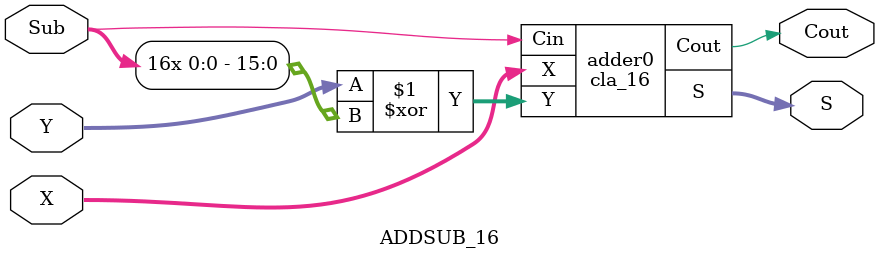
<source format=v>
`ifndef ADDSUB_16_V
`define ADDSUB_16_V

`include "CLA/CLA_4/CLA_4.v"
module cla_16 (
    input [15:0]X,
    input [15:0]Y,
    input Cin,
    output [15:0] S,
    output Cout
);
    wire Cout0, Cout1, Cout2;
    CLA_4 add0 (X[3:0], Y[3:0], Cin, S[3:0], Cout0);
    CLA_4 add1 (X[7:4], Y[7:4], Cout0, S[7:4], Cout1);
    CLA_4 add2 (X[11:8], Y[11:8], Cout1, S[11:8], Cout2);
    CLA_4 add3 (X[15:12], Y[15:12], Cout2, S[15:12], Cout);
endmodule

module ADDSUB_16 (X, Y, Sub, S, Cout);
   input [15:0] X, Y;
   input Sub;
   output [15:0] S;
   output Cout;
   cla_16 adder0 (X, Y^{16{Sub}}, Sub, S, Cout);
endmodule
`endif
</source>
